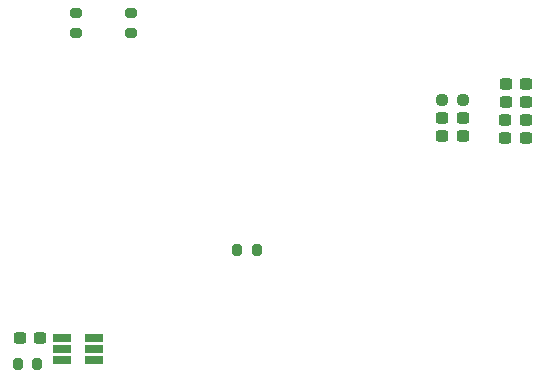
<source format=gbp>
G04 #@! TF.GenerationSoftware,KiCad,Pcbnew,(6.0.9)*
G04 #@! TF.CreationDate,2023-02-01T14:52:05+00:00*
G04 #@! TF.ProjectId,GroupProjectCustom,47726f75-7050-4726-9f6a-656374437573,rev?*
G04 #@! TF.SameCoordinates,Original*
G04 #@! TF.FileFunction,Paste,Bot*
G04 #@! TF.FilePolarity,Positive*
%FSLAX46Y46*%
G04 Gerber Fmt 4.6, Leading zero omitted, Abs format (unit mm)*
G04 Created by KiCad (PCBNEW (6.0.9)) date 2023-02-01 14:52:05*
%MOMM*%
%LPD*%
G01*
G04 APERTURE LIST*
G04 Aperture macros list*
%AMRoundRect*
0 Rectangle with rounded corners*
0 $1 Rounding radius*
0 $2 $3 $4 $5 $6 $7 $8 $9 X,Y pos of 4 corners*
0 Add a 4 corners polygon primitive as box body*
4,1,4,$2,$3,$4,$5,$6,$7,$8,$9,$2,$3,0*
0 Add four circle primitives for the rounded corners*
1,1,$1+$1,$2,$3*
1,1,$1+$1,$4,$5*
1,1,$1+$1,$6,$7*
1,1,$1+$1,$8,$9*
0 Add four rect primitives between the rounded corners*
20,1,$1+$1,$2,$3,$4,$5,0*
20,1,$1+$1,$4,$5,$6,$7,0*
20,1,$1+$1,$6,$7,$8,$9,0*
20,1,$1+$1,$8,$9,$2,$3,0*%
G04 Aperture macros list end*
%ADD10RoundRect,0.200000X0.275000X-0.200000X0.275000X0.200000X-0.275000X0.200000X-0.275000X-0.200000X0*%
%ADD11RoundRect,0.237500X-0.300000X-0.237500X0.300000X-0.237500X0.300000X0.237500X-0.300000X0.237500X0*%
%ADD12R,1.560000X0.650000*%
%ADD13RoundRect,0.237500X-0.250000X-0.237500X0.250000X-0.237500X0.250000X0.237500X-0.250000X0.237500X0*%
%ADD14RoundRect,0.237500X0.300000X0.237500X-0.300000X0.237500X-0.300000X-0.237500X0.300000X-0.237500X0*%
%ADD15RoundRect,0.200000X-0.200000X-0.275000X0.200000X-0.275000X0.200000X0.275000X-0.200000X0.275000X0*%
G04 APERTURE END LIST*
D10*
X138800000Y-65925000D03*
X138800000Y-64275000D03*
X143400000Y-65925000D03*
X143400000Y-64275000D03*
D11*
X169777500Y-74660000D03*
X171502500Y-74660000D03*
X169777500Y-73160000D03*
X171502500Y-73160000D03*
X175115000Y-73310000D03*
X176840000Y-73310000D03*
D12*
X140300000Y-91760000D03*
X140300000Y-92710000D03*
X140300000Y-93660000D03*
X137600000Y-93660000D03*
X137600000Y-92710000D03*
X137600000Y-91760000D03*
D13*
X169727500Y-71660000D03*
X171552500Y-71660000D03*
D14*
X135712500Y-91810000D03*
X133987500Y-91810000D03*
D15*
X152425000Y-84310000D03*
X154075000Y-84310000D03*
X133825000Y-94010000D03*
X135475000Y-94010000D03*
D11*
X175115000Y-74810000D03*
X176840000Y-74810000D03*
X175127500Y-71810000D03*
X176852500Y-71810000D03*
X175127500Y-70310000D03*
X176852500Y-70310000D03*
M02*

</source>
